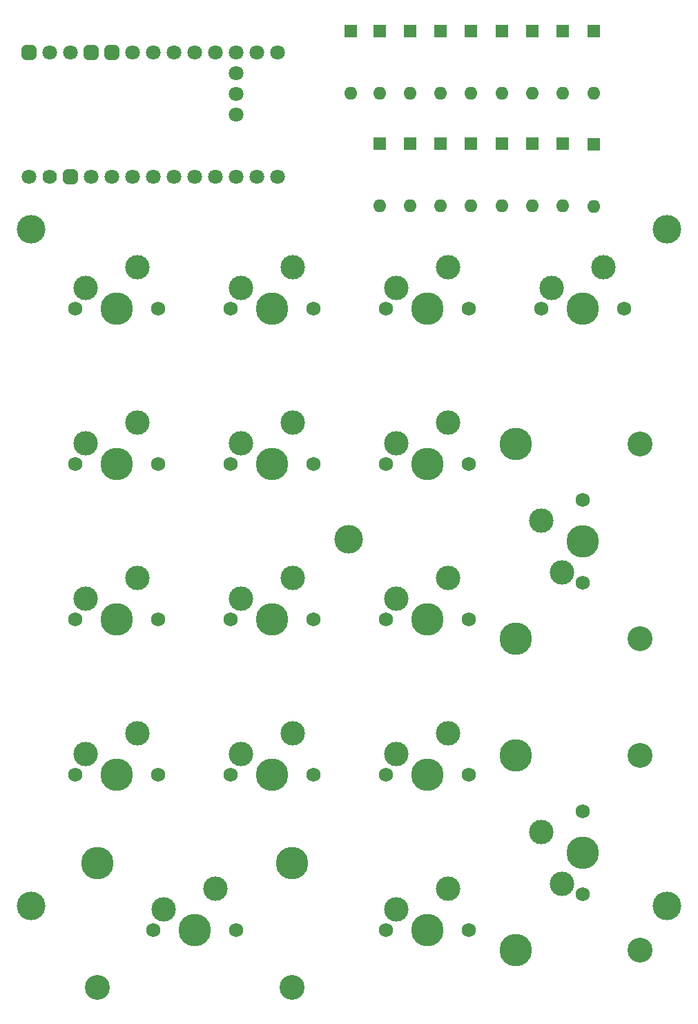
<source format=gts>
G04 #@! TF.GenerationSoftware,KiCad,Pcbnew,8.0.6*
G04 #@! TF.CreationDate,2024-12-21T00:19:53+08:00*
G04 #@! TF.ProjectId,keyboard,6b657962-6f61-4726-942e-6b696361645f,rev?*
G04 #@! TF.SameCoordinates,Original*
G04 #@! TF.FileFunction,Soldermask,Top*
G04 #@! TF.FilePolarity,Negative*
%FSLAX46Y46*%
G04 Gerber Fmt 4.6, Leading zero omitted, Abs format (unit mm)*
G04 Created by KiCad (PCBNEW 8.0.6) date 2024-12-21 00:19:53*
%MOMM*%
%LPD*%
G01*
G04 APERTURE LIST*
G04 Aperture macros list*
%AMRoundRect*
0 Rectangle with rounded corners*
0 $1 Rounding radius*
0 $2 $3 $4 $5 $6 $7 $8 $9 X,Y pos of 4 corners*
0 Add a 4 corners polygon primitive as box body*
4,1,4,$2,$3,$4,$5,$6,$7,$8,$9,$2,$3,0*
0 Add four circle primitives for the rounded corners*
1,1,$1+$1,$2,$3*
1,1,$1+$1,$4,$5*
1,1,$1+$1,$6,$7*
1,1,$1+$1,$8,$9*
0 Add four rect primitives between the rounded corners*
20,1,$1+$1,$2,$3,$4,$5,0*
20,1,$1+$1,$4,$5,$6,$7,0*
20,1,$1+$1,$6,$7,$8,$9,0*
20,1,$1+$1,$8,$9,$2,$3,0*%
G04 Aperture macros list end*
%ADD10C,1.750000*%
%ADD11C,3.000000*%
%ADD12C,3.987800*%
%ADD13R,1.600000X1.600000*%
%ADD14O,1.600000X1.600000*%
%ADD15C,3.048000*%
%ADD16C,3.500000*%
%ADD17C,2.600000*%
%ADD18C,1.800000*%
%ADD19RoundRect,0.450000X-0.450000X0.450000X-0.450000X-0.450000X0.450000X-0.450000X0.450000X0.450000X0*%
%ADD20C,1.780000*%
G04 APERTURE END LIST*
D10*
X273995000Y-201875000D03*
D11*
X275265000Y-199335000D03*
D12*
X279075000Y-201875000D03*
D11*
X281615000Y-196795000D03*
D10*
X284155000Y-201875000D03*
D13*
X303492000Y-129698000D03*
D14*
X303492000Y-137318000D03*
D13*
X299742000Y-129698000D03*
D14*
X299742000Y-137318000D03*
D12*
X308920000Y-242388000D03*
D15*
X324160000Y-242388000D03*
D10*
X317175000Y-235530000D03*
D11*
X314635000Y-234260000D03*
D12*
X317175000Y-230450000D03*
D11*
X312095000Y-227910000D03*
D10*
X317175000Y-225370000D03*
D12*
X308920000Y-218512000D03*
D15*
X324160000Y-218512000D03*
D16*
X249500000Y-237000000D03*
D17*
X249500000Y-237000000D03*
D13*
X318492000Y-129698000D03*
D14*
X318492000Y-137318000D03*
D13*
X292242000Y-143508000D03*
D14*
X292242000Y-151128000D03*
D13*
X299742000Y-143508000D03*
D14*
X299742000Y-151128000D03*
D13*
X307242000Y-143508000D03*
D14*
X307242000Y-151128000D03*
D10*
X254945000Y-182825000D03*
D11*
X256215000Y-180285000D03*
D12*
X260025000Y-182825000D03*
D11*
X262565000Y-177745000D03*
D10*
X265105000Y-182825000D03*
X254945000Y-201875000D03*
D11*
X256215000Y-199335000D03*
D12*
X260025000Y-201875000D03*
D11*
X262565000Y-196795000D03*
D10*
X265105000Y-201875000D03*
X254945000Y-163775000D03*
D11*
X256215000Y-161235000D03*
D12*
X260025000Y-163775000D03*
D11*
X262565000Y-158695000D03*
D10*
X265105000Y-163775000D03*
X293045000Y-239975000D03*
D11*
X294315000Y-237435000D03*
D12*
X298125000Y-239975000D03*
D11*
X300665000Y-234895000D03*
D10*
X303205000Y-239975000D03*
D13*
X310992000Y-129698000D03*
D14*
X310992000Y-137318000D03*
D13*
X295992000Y-143508000D03*
D14*
X295992000Y-151128000D03*
D17*
X327500000Y-154000000D03*
D16*
X327500000Y-154000000D03*
D10*
X273995000Y-220925000D03*
D11*
X275265000Y-218385000D03*
D12*
X279075000Y-220925000D03*
D11*
X281615000Y-215845000D03*
D10*
X284155000Y-220925000D03*
D13*
X314742000Y-143508000D03*
D14*
X314742000Y-151128000D03*
D13*
X292242000Y-129698000D03*
D14*
X292242000Y-137318000D03*
D12*
X308920000Y-204258000D03*
D15*
X324160000Y-204258000D03*
D10*
X317175000Y-197400000D03*
D11*
X314635000Y-196130000D03*
D12*
X317175000Y-192320000D03*
D11*
X312095000Y-189780000D03*
D10*
X317175000Y-187240000D03*
D12*
X308920000Y-180382000D03*
D15*
X324160000Y-180382000D03*
D10*
X254945000Y-220925000D03*
D11*
X256215000Y-218385000D03*
D12*
X260025000Y-220925000D03*
D11*
X262565000Y-215845000D03*
D10*
X265105000Y-220925000D03*
X293045000Y-220925000D03*
D11*
X294315000Y-218385000D03*
D12*
X298125000Y-220925000D03*
D11*
X300665000Y-215845000D03*
D10*
X303205000Y-220925000D03*
X293045000Y-182825000D03*
D11*
X294315000Y-180285000D03*
D12*
X298125000Y-182825000D03*
D11*
X300665000Y-177745000D03*
D10*
X303205000Y-182825000D03*
D13*
X314742000Y-129698000D03*
D14*
X314742000Y-137318000D03*
D13*
X318492000Y-143568000D03*
D14*
X318492000Y-151188000D03*
D17*
X249500000Y-154000000D03*
D16*
X249500000Y-154000000D03*
D17*
X327500000Y-237000000D03*
D16*
X327500000Y-237000000D03*
D10*
X293045000Y-201875000D03*
D11*
X294315000Y-199335000D03*
D12*
X298125000Y-201875000D03*
D11*
X300665000Y-196795000D03*
D10*
X303205000Y-201875000D03*
X273995000Y-182825000D03*
D11*
X275265000Y-180285000D03*
D12*
X279075000Y-182825000D03*
D11*
X281615000Y-177745000D03*
D10*
X284155000Y-182825000D03*
X312095000Y-163775000D03*
D11*
X313365000Y-161235000D03*
D12*
X317175000Y-163775000D03*
D11*
X319715000Y-158695000D03*
D10*
X322255000Y-163775000D03*
D13*
X310992000Y-143508000D03*
D14*
X310992000Y-151128000D03*
D12*
X257612000Y-231720000D03*
D15*
X257612000Y-246960000D03*
D10*
X264470000Y-239975000D03*
D11*
X265740000Y-237435000D03*
D12*
X269550000Y-239975000D03*
D11*
X272090000Y-234895000D03*
D10*
X274630000Y-239975000D03*
D12*
X281488000Y-231720000D03*
D15*
X281488000Y-246960000D03*
D10*
X293045000Y-163775000D03*
D11*
X294315000Y-161235000D03*
D12*
X298125000Y-163775000D03*
D11*
X300665000Y-158695000D03*
D10*
X303205000Y-163775000D03*
X273995000Y-163775000D03*
D11*
X275265000Y-161235000D03*
D12*
X279075000Y-163775000D03*
D11*
X281615000Y-158695000D03*
D10*
X284155000Y-163775000D03*
D13*
X288742000Y-129698000D03*
D14*
X288742000Y-137318000D03*
D13*
X303492000Y-143508000D03*
D14*
X303492000Y-151128000D03*
D13*
X307242000Y-129698000D03*
D14*
X307242000Y-137318000D03*
D16*
X288500000Y-192000000D03*
D17*
X288500000Y-192000000D03*
D13*
X295992000Y-129698000D03*
D14*
X295992000Y-137318000D03*
D18*
X251829500Y-132388000D03*
X254369500Y-132388000D03*
D19*
X256909500Y-132388000D03*
X259449500Y-132388000D03*
D18*
X261989500Y-132388000D03*
X264529500Y-132388000D03*
X267069500Y-132388000D03*
X269609500Y-132388000D03*
X272149500Y-132388000D03*
X274689500Y-132388000D03*
X277229500Y-132388000D03*
X279769500Y-132388000D03*
D20*
X251829500Y-147628000D03*
D19*
X254369500Y-147628000D03*
D18*
X256909500Y-147628000D03*
X259449500Y-147628000D03*
X261989500Y-147628000D03*
X264529500Y-147628000D03*
X267069500Y-147628000D03*
X269609500Y-147628000D03*
X272149500Y-147628000D03*
X274689500Y-147628000D03*
X277229500Y-147628000D03*
X279769500Y-147628000D03*
X274689500Y-134928000D03*
X274689500Y-137468000D03*
X274689500Y-140008000D03*
D19*
X249289500Y-132388000D03*
D18*
X249289500Y-147628000D03*
M02*

</source>
